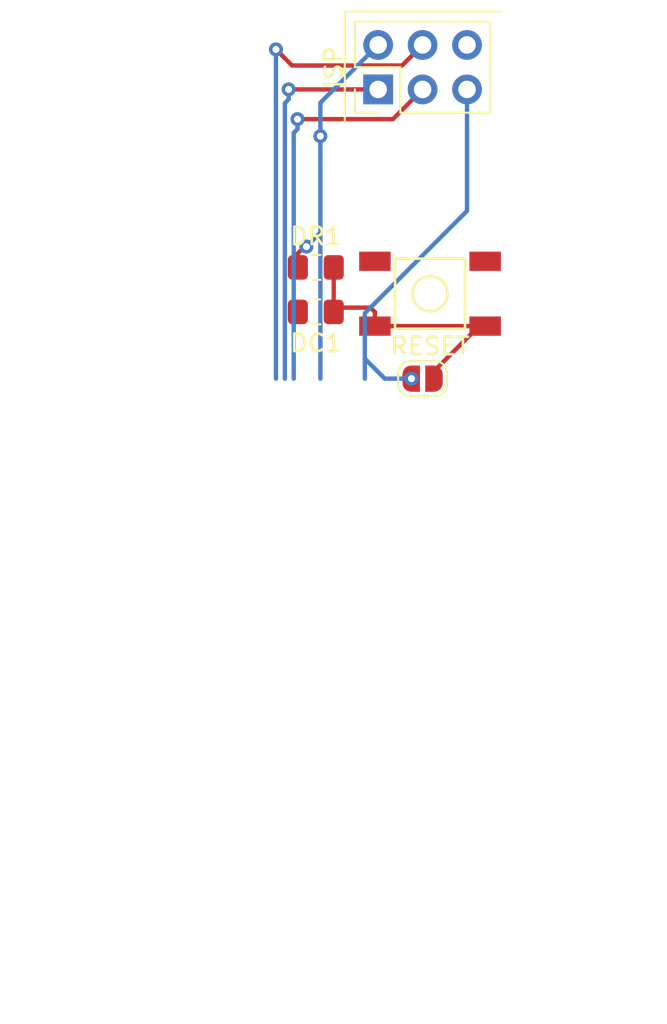
<source format=kicad_pcb>
(kicad_pcb (version 20171130) (host pcbnew 5.1.2)

  (general
    (thickness 1.6)
    (drawings 6)
    (tracks 53)
    (zones 0)
    (modules 5)
    (nets 8)
  )

  (page A4)
  (layers
    (0 F.Cu signal)
    (31 B.Cu signal)
    (32 B.Adhes user)
    (33 F.Adhes user)
    (34 B.Paste user)
    (35 F.Paste user)
    (36 B.SilkS user)
    (37 F.SilkS user)
    (38 B.Mask user)
    (39 F.Mask user)
    (40 Dwgs.User user)
    (41 Cmts.User user)
    (42 Eco1.User user)
    (43 Eco2.User user)
    (44 Edge.Cuts user)
    (45 Margin user)
    (46 B.CrtYd user)
    (47 F.CrtYd user)
    (48 B.Fab user)
    (49 F.Fab user)
  )

  (setup
    (last_trace_width 0.25)
    (trace_clearance 0.2)
    (zone_clearance 0.508)
    (zone_45_only no)
    (trace_min 0.2)
    (via_size 0.8)
    (via_drill 0.4)
    (via_min_size 0.4)
    (via_min_drill 0.3)
    (uvia_size 0.3)
    (uvia_drill 0.1)
    (uvias_allowed no)
    (uvia_min_size 0.2)
    (uvia_min_drill 0.1)
    (edge_width 0.05)
    (segment_width 0.2)
    (pcb_text_width 0.3)
    (pcb_text_size 1.5 1.5)
    (mod_edge_width 0.12)
    (mod_text_size 1 1)
    (mod_text_width 0.15)
    (pad_size 1.524 1.524)
    (pad_drill 0.762)
    (pad_to_mask_clearance 0.051)
    (solder_mask_min_width 0.25)
    (aux_axis_origin 0 0)
    (visible_elements FFFFFF7F)
    (pcbplotparams
      (layerselection 0x010fc_ffffffff)
      (usegerberextensions false)
      (usegerberattributes false)
      (usegerberadvancedattributes false)
      (creategerberjobfile false)
      (excludeedgelayer true)
      (linewidth 0.100000)
      (plotframeref false)
      (viasonmask false)
      (mode 1)
      (useauxorigin false)
      (hpglpennumber 1)
      (hpglpenspeed 20)
      (hpglpendiameter 15.000000)
      (psnegative false)
      (psa4output false)
      (plotreference true)
      (plotvalue true)
      (plotinvisibletext false)
      (padsonsilk false)
      (subtractmaskfromsilk false)
      (outputformat 1)
      (mirror false)
      (drillshape 1)
      (scaleselection 1)
      (outputdirectory ""))
  )

  (net 0 "")
  (net 1 GND)
  (net 2 VDD)
  (net 3 ~RESET)
  (net 4 MOSI)
  (net 5 SCK)
  (net 6 MISO)
  (net 7 "Net-(DC1-Pad2)")

  (net_class Default "Dit is de standaard class."
    (clearance 0.2)
    (trace_width 0.25)
    (via_dia 0.8)
    (via_drill 0.4)
    (uvia_dia 0.3)
    (uvia_drill 0.1)
    (add_net GND)
    (add_net MISO)
    (add_net MOSI)
    (add_net "Net-(DC1-Pad2)")
    (add_net SCK)
    (add_net VDD)
    (add_net ~RESET)
  )

  (module Jumper:SolderJumper-2_P1.3mm_Open_RoundedPad1.0x1.5mm (layer F.Cu) (tedit 5B391E66) (tstamp 5CD47CDC)
    (at 156.21 72.39)
    (descr "SMD Solder Jumper, 1x1.5mm, rounded Pads, 0.3mm gap, open")
    (tags "solder jumper open")
    (path /5CD4C725)
    (attr virtual)
    (fp_text reference DJP1 (at 0 -1.8) (layer F.SilkS) hide
      (effects (font (size 1 1) (thickness 0.15)))
    )
    (fp_text value SolderJumper_2_Open (at 0 1.9) (layer F.Fab)
      (effects (font (size 1 1) (thickness 0.15)))
    )
    (fp_line (start 1.65 1.25) (end -1.65 1.25) (layer F.CrtYd) (width 0.05))
    (fp_line (start 1.65 1.25) (end 1.65 -1.25) (layer F.CrtYd) (width 0.05))
    (fp_line (start -1.65 -1.25) (end -1.65 1.25) (layer F.CrtYd) (width 0.05))
    (fp_line (start -1.65 -1.25) (end 1.65 -1.25) (layer F.CrtYd) (width 0.05))
    (fp_line (start -0.7 -1) (end 0.7 -1) (layer F.SilkS) (width 0.12))
    (fp_line (start 1.4 -0.3) (end 1.4 0.3) (layer F.SilkS) (width 0.12))
    (fp_line (start 0.7 1) (end -0.7 1) (layer F.SilkS) (width 0.12))
    (fp_line (start -1.4 0.3) (end -1.4 -0.3) (layer F.SilkS) (width 0.12))
    (fp_arc (start -0.7 -0.3) (end -0.7 -1) (angle -90) (layer F.SilkS) (width 0.12))
    (fp_arc (start -0.7 0.3) (end -1.4 0.3) (angle -90) (layer F.SilkS) (width 0.12))
    (fp_arc (start 0.7 0.3) (end 0.7 1) (angle -90) (layer F.SilkS) (width 0.12))
    (fp_arc (start 0.7 -0.3) (end 1.4 -0.3) (angle -90) (layer F.SilkS) (width 0.12))
    (pad 2 smd custom (at 0.65 0) (size 1 0.5) (layers F.Cu F.Mask)
      (net 7 "Net-(DC1-Pad2)") (zone_connect 2)
      (options (clearance outline) (anchor rect))
      (primitives
        (gr_circle (center 0 0.25) (end 0.5 0.25) (width 0))
        (gr_circle (center 0 -0.25) (end 0.5 -0.25) (width 0))
        (gr_poly (pts
           (xy 0 -0.75) (xy -0.5 -0.75) (xy -0.5 0.75) (xy 0 0.75)) (width 0))
      ))
    (pad 1 smd custom (at -0.65 0) (size 1 0.5) (layers F.Cu F.Mask)
      (net 3 ~RESET) (zone_connect 2)
      (options (clearance outline) (anchor rect))
      (primitives
        (gr_circle (center 0 0.25) (end 0.5 0.25) (width 0))
        (gr_circle (center 0 -0.25) (end 0.5 -0.25) (width 0))
        (gr_poly (pts
           (xy 0 -0.75) (xy 0.5 -0.75) (xy 0.5 0.75) (xy 0 0.75)) (width 0))
      ))
  )

  (module Connector_PinHeader_2.54mm:PinHeader_2x03_P2.54mm_Vertical (layer F.Cu) (tedit 59FED5CC) (tstamp 5CD47857)
    (at 153.67 55.88 90)
    (descr "Through hole straight pin header, 2x03, 2.54mm pitch, double rows")
    (tags "Through hole pin header THT 2x03 2.54mm double row")
    (path /5CD47AD2)
    (fp_text reference DJ2 (at 1.27 -2.33 90) (layer F.SilkS) hide
      (effects (font (size 1 1) (thickness 0.15)))
    )
    (fp_text value ISP (at 1.27 -2.54 90) (layer F.SilkS)
      (effects (font (size 1 1) (thickness 0.15)))
    )
    (fp_text user %R (at 1.27 2.54) (layer F.Fab)
      (effects (font (size 1 1) (thickness 0.15)))
    )
    (fp_line (start 4.35 -1.8) (end -1.8 -1.8) (layer F.CrtYd) (width 0.05))
    (fp_line (start 4.35 6.85) (end 4.35 -1.8) (layer F.CrtYd) (width 0.05))
    (fp_line (start -1.8 6.85) (end 4.35 6.85) (layer F.CrtYd) (width 0.05))
    (fp_line (start -1.8 -1.8) (end -1.8 6.85) (layer F.CrtYd) (width 0.05))
    (fp_line (start -1.33 -1.33) (end 0 -1.33) (layer F.SilkS) (width 0.12))
    (fp_line (start -1.33 0) (end -1.33 -1.33) (layer F.SilkS) (width 0.12))
    (fp_line (start 1.27 -1.33) (end 3.87 -1.33) (layer F.SilkS) (width 0.12))
    (fp_line (start 1.27 1.27) (end 1.27 -1.33) (layer F.SilkS) (width 0.12))
    (fp_line (start -1.33 1.27) (end 1.27 1.27) (layer F.SilkS) (width 0.12))
    (fp_line (start 3.87 -1.33) (end 3.87 6.41) (layer F.SilkS) (width 0.12))
    (fp_line (start -1.33 1.27) (end -1.33 6.41) (layer F.SilkS) (width 0.12))
    (fp_line (start -1.33 6.41) (end 3.87 6.41) (layer F.SilkS) (width 0.12))
    (fp_line (start -1.27 0) (end 0 -1.27) (layer F.Fab) (width 0.1))
    (fp_line (start -1.27 6.35) (end -1.27 0) (layer F.Fab) (width 0.1))
    (fp_line (start 3.81 6.35) (end -1.27 6.35) (layer F.Fab) (width 0.1))
    (fp_line (start 3.81 -1.27) (end 3.81 6.35) (layer F.Fab) (width 0.1))
    (fp_line (start 0 -1.27) (end 3.81 -1.27) (layer F.Fab) (width 0.1))
    (pad 6 thru_hole oval (at 2.54 5.08 90) (size 1.7 1.7) (drill 1) (layers *.Cu *.Mask)
      (net 1 GND))
    (pad 5 thru_hole oval (at 0 5.08 90) (size 1.7 1.7) (drill 1) (layers *.Cu *.Mask)
      (net 3 ~RESET))
    (pad 4 thru_hole oval (at 2.54 2.54 90) (size 1.7 1.7) (drill 1) (layers *.Cu *.Mask)
      (net 4 MOSI))
    (pad 3 thru_hole oval (at 0 2.54 90) (size 1.7 1.7) (drill 1) (layers *.Cu *.Mask)
      (net 5 SCK))
    (pad 2 thru_hole oval (at 2.54 0 90) (size 1.7 1.7) (drill 1) (layers *.Cu *.Mask)
      (net 2 VDD))
    (pad 1 thru_hole rect (at 0 0 90) (size 1.7 1.7) (drill 1) (layers *.Cu *.Mask)
      (net 6 MISO))
    (model ${KISYS3DMOD}/Connector_PinHeader_2.54mm.3dshapes/PinHeader_2x03_P2.54mm_Vertical.wrl
      (at (xyz 0 0 0))
      (scale (xyz 1 1 1))
      (rotate (xyz 0 0 0))
    )
  )

  (module lib:TS-1187 (layer F.Cu) (tedit 5C23E748) (tstamp 5CD31350)
    (at 156.635 67.54 180)
    (path /5CD35511)
    (fp_text reference DSW1 (at 0 3) (layer F.SilkS) hide
      (effects (font (size 1 1) (thickness 0.15)))
    )
    (fp_text value RESET (at 0 -3) (layer F.SilkS)
      (effects (font (size 1 1) (thickness 0.15)))
    )
    (fp_circle (center 0 0) (end 1 0) (layer F.SilkS) (width 0.15))
    (fp_line (start 2 2) (end -2 2) (layer F.SilkS) (width 0.15))
    (fp_line (start 2 -2) (end 2 2) (layer F.SilkS) (width 0.15))
    (fp_line (start -2 -2) (end 2 -2) (layer F.SilkS) (width 0.15))
    (fp_line (start -2 2) (end -2 -2) (layer F.SilkS) (width 0.15))
    (pad 2 smd rect (at 3.15 1.85 180) (size 1.8 1.1) (layers F.Cu F.Paste F.Mask)
      (net 1 GND))
    (pad 1 smd rect (at 3.15 -1.85 180) (size 1.8 1.1) (layers F.Cu F.Paste F.Mask)
      (net 7 "Net-(DC1-Pad2)"))
    (pad 2 smd rect (at -3.15 1.85 180) (size 1.8 1.1) (layers F.Cu F.Paste F.Mask)
      (net 1 GND))
    (pad 1 smd rect (at -3.15 -1.85 180) (size 1.8 1.1) (layers F.Cu F.Paste F.Mask)
      (net 7 "Net-(DC1-Pad2)"))
  )

  (module Resistor_SMD:R_0805_2012Metric_Pad1.15x1.40mm_HandSolder (layer F.Cu) (tedit 5B36C52B) (tstamp 5CD345C8)
    (at 150.105 66.04)
    (descr "Resistor SMD 0805 (2012 Metric), square (rectangular) end terminal, IPC_7351 nominal with elongated pad for handsoldering. (Body size source: https://docs.google.com/spreadsheets/d/1BsfQQcO9C6DZCsRaXUlFlo91Tg2WpOkGARC1WS5S8t0/edit?usp=sharing), generated with kicad-footprint-generator")
    (tags "resistor handsolder")
    (path /5CD372D0)
    (attr smd)
    (fp_text reference DR1 (at 0.009 -1.778) (layer F.SilkS)
      (effects (font (size 1 1) (thickness 0.15)))
    )
    (fp_text value 10K (at 0 1.65) (layer F.Fab)
      (effects (font (size 1 1) (thickness 0.15)))
    )
    (fp_text user %R (at 0 0) (layer F.Fab)
      (effects (font (size 0.5 0.5) (thickness 0.08)))
    )
    (fp_line (start 1.85 0.95) (end -1.85 0.95) (layer F.CrtYd) (width 0.05))
    (fp_line (start 1.85 -0.95) (end 1.85 0.95) (layer F.CrtYd) (width 0.05))
    (fp_line (start -1.85 -0.95) (end 1.85 -0.95) (layer F.CrtYd) (width 0.05))
    (fp_line (start -1.85 0.95) (end -1.85 -0.95) (layer F.CrtYd) (width 0.05))
    (fp_line (start -0.261252 0.71) (end 0.261252 0.71) (layer F.SilkS) (width 0.12))
    (fp_line (start -0.261252 -0.71) (end 0.261252 -0.71) (layer F.SilkS) (width 0.12))
    (fp_line (start 1 0.6) (end -1 0.6) (layer F.Fab) (width 0.1))
    (fp_line (start 1 -0.6) (end 1 0.6) (layer F.Fab) (width 0.1))
    (fp_line (start -1 -0.6) (end 1 -0.6) (layer F.Fab) (width 0.1))
    (fp_line (start -1 0.6) (end -1 -0.6) (layer F.Fab) (width 0.1))
    (pad 2 smd roundrect (at 1.025 0) (size 1.15 1.4) (layers F.Cu F.Paste F.Mask) (roundrect_rratio 0.217391)
      (net 7 "Net-(DC1-Pad2)"))
    (pad 1 smd roundrect (at -1.025 0) (size 1.15 1.4) (layers F.Cu F.Paste F.Mask) (roundrect_rratio 0.217391)
      (net 2 VDD))
    (model ${KISYS3DMOD}/Resistor_SMD.3dshapes/R_0805_2012Metric.wrl
      (at (xyz 0 0 0))
      (scale (xyz 1 1 1))
      (rotate (xyz 0 0 0))
    )
  )

  (module Capacitor_SMD:C_0805_2012Metric_Pad1.15x1.40mm_HandSolder (layer F.Cu) (tedit 5B36C52B) (tstamp 5CD312F4)
    (at 150.105 68.58)
    (descr "Capacitor SMD 0805 (2012 Metric), square (rectangular) end terminal, IPC_7351 nominal with elongated pad for handsoldering. (Body size source: https://docs.google.com/spreadsheets/d/1BsfQQcO9C6DZCsRaXUlFlo91Tg2WpOkGARC1WS5S8t0/edit?usp=sharing), generated with kicad-footprint-generator")
    (tags "capacitor handsolder")
    (path /5CD35E46)
    (attr smd)
    (fp_text reference DC1 (at 0.009 1.778) (layer F.SilkS)
      (effects (font (size 1 1) (thickness 0.15)))
    )
    (fp_text value 100nF (at 0 1.65) (layer F.Fab)
      (effects (font (size 1 1) (thickness 0.15)))
    )
    (fp_text user %R (at 0 0) (layer F.Fab)
      (effects (font (size 0.5 0.5) (thickness 0.08)))
    )
    (fp_line (start 1.85 0.95) (end -1.85 0.95) (layer F.CrtYd) (width 0.05))
    (fp_line (start 1.85 -0.95) (end 1.85 0.95) (layer F.CrtYd) (width 0.05))
    (fp_line (start -1.85 -0.95) (end 1.85 -0.95) (layer F.CrtYd) (width 0.05))
    (fp_line (start -1.85 0.95) (end -1.85 -0.95) (layer F.CrtYd) (width 0.05))
    (fp_line (start -0.261252 0.71) (end 0.261252 0.71) (layer F.SilkS) (width 0.12))
    (fp_line (start -0.261252 -0.71) (end 0.261252 -0.71) (layer F.SilkS) (width 0.12))
    (fp_line (start 1 0.6) (end -1 0.6) (layer F.Fab) (width 0.1))
    (fp_line (start 1 -0.6) (end 1 0.6) (layer F.Fab) (width 0.1))
    (fp_line (start -1 -0.6) (end 1 -0.6) (layer F.Fab) (width 0.1))
    (fp_line (start -1 0.6) (end -1 -0.6) (layer F.Fab) (width 0.1))
    (pad 2 smd roundrect (at 1.025 0) (size 1.15 1.4) (layers F.Cu F.Paste F.Mask) (roundrect_rratio 0.217391)
      (net 7 "Net-(DC1-Pad2)"))
    (pad 1 smd roundrect (at -1.025 0) (size 1.15 1.4) (layers F.Cu F.Paste F.Mask) (roundrect_rratio 0.217391)
      (net 1 GND))
    (model ${KISYS3DMOD}/Capacitor_SMD.3dshapes/C_0805_2012Metric.wrl
      (at (xyz 0 0 0))
      (scale (xyz 1 1 1))
      (rotate (xyz 0 0 0))
    )
  )

  (gr_line (start 151.765 51.435) (end 151.765 57.785) (layer F.SilkS) (width 0.12) (tstamp 5CD4808E))
  (gr_line (start 160.655 51.435) (end 151.765 51.435) (layer F.SilkS) (width 0.12))
  (gr_line (start 170.18 50.8) (end 132.08 50.8) (layer Dwgs.User) (width 0.05) (tstamp 5CD3006B))
  (gr_line (start 170.18 109.22) (end 170.18 50.8) (layer Dwgs.User) (width 0.05))
  (gr_line (start 132.08 109.22) (end 170.18 109.22) (layer Dwgs.User) (width 0.05))
  (gr_line (start 132.08 50.8) (end 132.08 109.22) (layer Dwgs.User) (width 0.05))

  (segment (start 150.368 72.39) (end 150.368 63.754) (width 0.25) (layer B.Cu) (net 2))
  (segment (start 150.368 63.754) (end 150.368 59.861768) (width 0.25) (layer B.Cu) (net 2))
  (segment (start 150.368 56.642) (end 153.67 53.34) (width 0.25) (layer B.Cu) (net 2))
  (segment (start 150.368 59.861768) (end 150.368 58.547) (width 0.25) (layer B.Cu) (net 2))
  (segment (start 150.368 64.051805) (end 149.969009 64.450796) (width 0.25) (layer B.Cu) (net 2))
  (segment (start 149.08 65.24) (end 149.469205 64.850795) (width 0.25) (layer F.Cu) (net 2))
  (via (at 149.56901 64.850795) (size 0.8) (drill 0.4) (layers F.Cu B.Cu) (net 2))
  (segment (start 149.08 66.04) (end 149.08 65.24) (width 0.25) (layer F.Cu) (net 2))
  (segment (start 149.469205 64.850795) (end 149.56901 64.850795) (width 0.25) (layer F.Cu) (net 2))
  (segment (start 149.969009 64.450796) (end 149.56901 64.850795) (width 0.25) (layer B.Cu) (net 2))
  (segment (start 150.368 63.754) (end 150.368 64.051805) (width 0.25) (layer B.Cu) (net 2))
  (segment (start 150.368 58.547) (end 150.368 56.642) (width 0.25) (layer B.Cu) (net 2) (tstamp 5CD47E17))
  (via (at 150.368 58.547) (size 0.8) (drill 0.4) (layers F.Cu B.Cu) (net 2))
  (via (at 155.575 72.39) (size 0.8) (drill 0.4) (layers F.Cu B.Cu) (net 3))
  (segment (start 152.908 68.657) (end 153.23 68.335) (width 0.25) (layer B.Cu) (net 3))
  (segment (start 155.575 72.39) (end 154.051 72.39) (width 0.25) (layer B.Cu) (net 3))
  (segment (start 152.908 72.39) (end 152.908 71.247) (width 0.25) (layer B.Cu) (net 3))
  (segment (start 154.051 72.39) (end 152.908 71.247) (width 0.25) (layer B.Cu) (net 3))
  (segment (start 152.908 71.247) (end 152.908 68.657) (width 0.25) (layer B.Cu) (net 3))
  (segment (start 158.75 62.815) (end 153.4545 68.1105) (width 0.25) (layer B.Cu) (net 3))
  (segment (start 158.75 55.88) (end 158.75 62.815) (width 0.25) (layer B.Cu) (net 3))
  (segment (start 153.629999 67.935001) (end 153.4545 68.1105) (width 0.25) (layer B.Cu) (net 3))
  (segment (start 153.4545 68.1105) (end 153.23 68.335) (width 0.25) (layer B.Cu) (net 3))
  (segment (start 147.828 72.39) (end 147.828 61.722) (width 0.25) (layer B.Cu) (net 4))
  (via (at 147.828 53.594) (size 0.8) (drill 0.4) (layers F.Cu B.Cu) (net 4))
  (segment (start 147.828 61.722) (end 147.828 53.594) (width 0.25) (layer B.Cu) (net 4))
  (segment (start 148.227999 53.993999) (end 147.828 53.594) (width 0.25) (layer F.Cu) (net 4))
  (segment (start 148.749001 54.515001) (end 148.227999 53.993999) (width 0.25) (layer F.Cu) (net 4))
  (segment (start 155.034999 54.515001) (end 148.749001 54.515001) (width 0.25) (layer F.Cu) (net 4))
  (segment (start 156.21 53.34) (end 155.034999 54.515001) (width 0.25) (layer F.Cu) (net 4))
  (via (at 149.06101 57.577205) (size 0.8) (drill 0.4) (layers F.Cu B.Cu) (net 5))
  (segment (start 149.06101 58.14289) (end 149.06101 57.577205) (width 0.25) (layer B.Cu) (net 5))
  (segment (start 148.844 72.39) (end 148.844 58.3599) (width 0.25) (layer B.Cu) (net 5))
  (segment (start 148.844 58.3599) (end 149.06101 58.14289) (width 0.25) (layer B.Cu) (net 5))
  (segment (start 149.06101 57.577205) (end 154.512795 57.577205) (width 0.25) (layer F.Cu) (net 5))
  (segment (start 154.512795 57.577205) (end 154.686 57.404) (width 0.25) (layer F.Cu) (net 5))
  (segment (start 156.21 55.88) (end 154.686 57.404) (width 0.25) (layer F.Cu) (net 5))
  (segment (start 148.336 56.662695) (end 148.55301 56.445685) (width 0.25) (layer B.Cu) (net 6))
  (segment (start 148.55301 56.445685) (end 148.55301 55.88) (width 0.25) (layer B.Cu) (net 6))
  (segment (start 148.336 72.39) (end 148.336 56.662695) (width 0.25) (layer B.Cu) (net 6))
  (via (at 148.55301 55.88) (size 0.8) (drill 0.4) (layers F.Cu B.Cu) (net 6))
  (segment (start 153.67 55.88) (end 148.55301 55.88) (width 0.25) (layer F.Cu) (net 6))
  (segment (start 159.785 69.39) (end 160.48 69.39) (width 0.25) (layer F.Cu) (net 7))
  (segment (start 151.13 68.335) (end 153.23 68.335) (width 0.25) (layer F.Cu) (net 7))
  (segment (start 151.13 68.58) (end 151.13 66.04) (width 0.25) (layer F.Cu) (net 7))
  (segment (start 153.23 68.335) (end 153.485 68.59) (width 0.25) (layer F.Cu) (net 7))
  (segment (start 153.485 68.59) (end 153.485 69.39) (width 0.25) (layer F.Cu) (net 7))
  (segment (start 154.635 69.39) (end 153.485 69.39) (width 0.25) (layer F.Cu) (net 7))
  (segment (start 154.707592 69.39) (end 154.635 69.39) (width 0.25) (layer F.Cu) (net 7))
  (segment (start 153.485 69.39) (end 159.785 69.39) (width 0.25) (layer F.Cu) (net 7))
  (segment (start 156.86 71.965) (end 156.86 72.39) (width 0.25) (layer F.Cu) (net 7))
  (segment (start 159.435 69.39) (end 156.86 71.965) (width 0.25) (layer F.Cu) (net 7))
  (segment (start 159.785 69.39) (end 159.435 69.39) (width 0.25) (layer F.Cu) (net 7))

)

</source>
